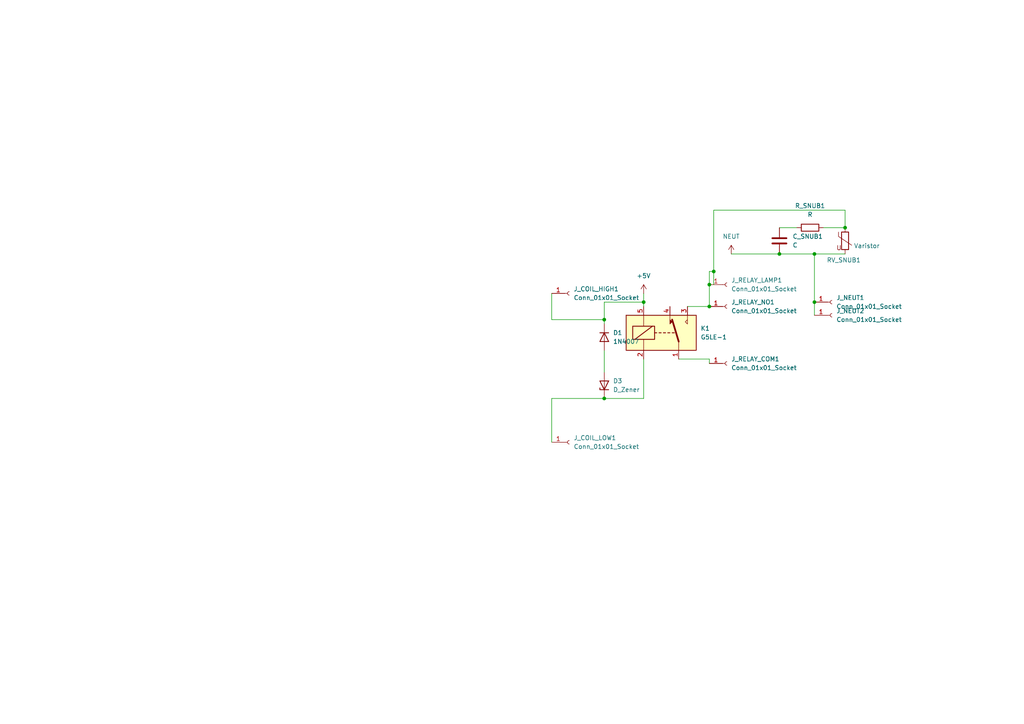
<source format=kicad_sch>
(kicad_sch (version 20231120) (generator "eeschema") (generator_version "8.0")
  (paper "A4")
  (lib_symbols
    (symbol "Connector:Conn_01x01_Socket" (pin_names (offset 1.016) hide)
      (property "Reference" "J" (at 0 2.54 0))
      (property "Value" "Conn_01x01_Socket" (at 0 -2.54 0))
      (symbol "Conn_01x01_Socket_1_1"
        (polyline (pts (xy -1.27 0) (xy -0.508 0)) (stroke (width 0.1524)))
        (arc (start 0 0.508) (mid -0.5058 0) (end 0 -0.508) (stroke (width 0.1524)))
        (pin passive line (at -5.08 0 0) (length 3.81) (name "Pin_1") (number "1"))
      )
    )
    (symbol "Device:C" (pin_numbers hide) (pin_names (offset 0.254))
      (property "Reference" "C" (at 0.635 2.54 0))
      (property "Value" "C" (at 0.635 -2.54 0))
      (symbol "C_0_1"
        (polyline (pts (xy -2.032 -0.762) (xy 2.032 -0.762)) (stroke (width 0.508)))
        (polyline (pts (xy -2.032 0.762) (xy 2.032 0.762)) (stroke (width 0.508)))
      )
      (symbol "C_1_1"
        (pin passive line (at 0 3.81 270) (length 2.794) (name "~") (number "1"))
        (pin passive line (at 0 -3.81 90) (length 2.794) (name "~") (number "2"))
      )
    )
    (symbol "Device:D_Zener" (pin_numbers hide) (pin_names (offset 1.016) hide)
      (property "Reference" "D" (at 0 2.54 0))
      (property "Value" "D_Zener" (at 0 -2.54 0))
      (symbol "D_Zener_0_1"
        (polyline (pts (xy 1.27 0) (xy -1.27 0)))
        (polyline (pts (xy -1.27 -1.27) (xy -1.27 1.27) (xy -0.762 1.27)) (stroke (width 0.254)))
        (polyline (pts (xy 1.27 -1.27) (xy 1.27 1.27) (xy -1.27 0) (xy 1.27 -1.27)) (stroke (width 0.254)))
      )
      (symbol "D_Zener_1_1"
        (pin passive line (at -3.81 0 0) (length 2.54) (name "K") (number "1"))
        (pin passive line (at 3.81 0 180) (length 2.54) (name "A") (number "2"))
      )
    )
    (symbol "Device:R" (pin_numbers hide) (pin_names (offset 0))
      (property "Reference" "R" (at 2.032 0 90))
      (property "Value" "R" (at 0 0 90))
      (symbol "R_0_1"
        (rectangle (start -1.016 -2.54) (end 1.016 2.54) (stroke (width 0.254)))
      )
      (symbol "R_1_1"
        (pin passive line (at 0 3.81 270) (length 1.27) (name "~") (number "1"))
        (pin passive line (at 0 -3.81 90) (length 1.27) (name "~") (number "2"))
      )
    )
    (symbol "Device:Varistor" (pin_numbers hide) (pin_names (offset 0))
      (property "Reference" "RV" (at 3.175 0 90))
      (property "Value" "Varistor" (at -3.175 0 90))
      (symbol "Varistor_0_0"
        (text "U" (at -1.778 -2.032 0) (effects (font (size 1.27 1.27))))
      )
      (symbol "Varistor_0_1"
        (rectangle (start -1.016 -2.54) (end 1.016 2.54) (stroke (width 0.254)))
        (polyline (pts (xy -1.905 2.54) (xy -1.905 1.27) (xy 1.905 -1.27)))
      )
      (symbol "Varistor_1_1"
        (pin passive line (at 0 3.81 270) (length 1.27) (name "~") (number "1"))
        (pin passive line (at 0 -3.81 90) (length 1.27) (name "~") (number "2"))
      )
    )
    (symbol "Diode:1N4007" (pin_numbers hide) (pin_names hide)
      (property "Reference" "D" (at 0 2.54 0))
      (property "Value" "1N4007" (at 0 -2.54 0))
      (symbol "1N4007_0_1"
        (polyline (pts (xy -1.27 1.27) (xy -1.27 -1.27)) (stroke (width 0.254)))
        (polyline (pts (xy 1.27 0) (xy -1.27 0)))
        (polyline (pts (xy 1.27 1.27) (xy 1.27 -1.27) (xy -1.27 0) (xy 1.27 1.27)) (stroke (width 0.254)))
      )
      (symbol "1N4007_1_1"
        (pin passive line (at -3.81 0 0) (length 2.54) (name "K") (number "1"))
        (pin passive line (at 3.81 0 180) (length 2.54) (name "A") (number "2"))
      )
    )
    (symbol "Relay:G5LE-1"
      (property "Reference" "K" (at 11.43 3.81 0))
      (property "Value" "G5LE-1" (at 11.43 1.27 0))
      (symbol "G5LE-1_0_0"
        (polyline (pts (xy 7.62 5.08) (xy 7.62 2.54) (xy 6.985 3.175) (xy 7.62 3.81)))
      )
      (symbol "G5LE-1_0_1"
        (rectangle (start -10.16 5.08) (end 10.16 -5.08) (stroke (width 0.254)) (fill (type background)))
        (rectangle (start -8.255 1.905) (end -1.905 -1.905) (stroke (width 0.254)))
        (polyline (pts (xy -7.62 -1.905) (xy -2.54 1.905)) (stroke (width 0.254)))
        (polyline (pts (xy -5.08 -5.08) (xy -5.08 -1.905)))
        (polyline (pts (xy -5.08 5.08) (xy -5.08 1.905)))
        (polyline (pts (xy -1.905 0) (xy -1.27 0)) (stroke (width 0.254)))
        (polyline (pts (xy -0.635 0) (xy 0 0)) (stroke (width 0.254)))
        (polyline (pts (xy 0.635 0) (xy 1.27 0)) (stroke (width 0.254)))
        (polyline (pts (xy 1.905 0) (xy 2.54 0)) (stroke (width 0.254)))
        (polyline (pts (xy 3.175 0) (xy 3.81 0)) (stroke (width 0.254)))
        (polyline (pts (xy 5.08 -2.54) (xy 3.175 3.81)) (stroke (width 0.508)))
        (polyline (pts (xy 5.08 -2.54) (xy 5.08 -5.08)))
        (polyline (pts (xy 2.54 5.08) (xy 2.54 2.54) (xy 3.175 3.175) (xy 2.54 3.81)) (fill (type outline)))
      )
      (symbol "G5LE-1_1_1"
        (pin passive line (at 5.08 -7.62 90) (length 2.54) (name "~") (number "1"))
        (pin passive line (at -5.08 -7.62 90) (length 2.54) (name "~") (number "2"))
        (pin passive line (at 7.62 7.62 270) (length 2.54) (name "~") (number "3"))
        (pin passive line (at 2.54 7.62 270) (length 2.54) (name "~") (number "4"))
        (pin passive line (at -5.08 7.62 270) (length 2.54) (name "~") (number "5"))
      )
    )
    (symbol "power:+5V" (power) (pin_numbers hide) (pin_names (offset 0) hide)
      (property "Value" "+5V" (at 0 3.556 0))
      (symbol "+5V_0_1"
        (polyline (pts (xy -0.762 1.27) (xy 0 2.54)))
        (polyline (pts (xy 0 0) (xy 0 2.54)))
        (polyline (pts (xy 0 2.54) (xy 0.762 1.27)))
      )
      (symbol "+5V_1_1"
        (pin power_in line (at 0 0 90) (length 0) (name "~") (number "1"))
      )
    )
    (symbol "power:NEUT" (power) (pin_names (offset 0))
      (property "Value" "NEUT" (at 0 3.81 0))
      (symbol "NEUT_0_1"
        (polyline (pts (xy -0.762 1.27) (xy 0 2.54)))
        (polyline (pts (xy 0 0) (xy 0 2.54)))
        (polyline (pts (xy 0 2.54) (xy 0.762 1.27)))
      )
      (symbol "NEUT_1_1"
        (pin power_in line (at 0 0 90) (length 0) hide (name "NEUT") (number "1"))
      )
    )
  )
  (junction (at 226.06 73.66))
  (junction (at 205.74 82.55))
  (junction (at 236.22 73.66))
  (junction (at 205.74 88.9))
  (junction (at 175.26 92.71))
  (junction (at 175.26 115.57))
  (junction (at 186.69 87.63))
  (junction (at 207.01 78.74))
  (junction (at 245.11 66.04))
  (junction (at 236.22 87.63))
  (wire (pts (xy 175.26 92.71) (xy 175.26 87.63)))
  (wire (pts (xy 175.26 93.98) (xy 175.26 92.71)))
  (wire (pts (xy 160.02 115.57) (xy 175.26 115.57)))
  (wire (pts (xy 236.22 73.66) (xy 245.11 73.66)))
  (wire (pts (xy 186.69 85.09) (xy 186.69 87.63)))
  (wire (pts (xy 205.74 104.14) (xy 205.74 105.41)))
  (wire (pts (xy 236.22 73.66) (xy 236.22 87.63)))
  (wire (pts (xy 175.26 101.6) (xy 175.26 107.95)))
  (wire (pts (xy 205.74 82.55) (xy 205.74 78.74)))
  (wire (pts (xy 207.01 60.96) (xy 245.11 60.96)))
  (wire (pts (xy 226.06 66.04) (xy 231.14 66.04)))
  (wire (pts (xy 207.01 82.55) (xy 207.01 78.74)))
  (wire (pts (xy 186.69 115.57) (xy 175.26 115.57)))
  (wire (pts (xy 205.74 78.74) (xy 207.01 78.74)))
  (wire (pts (xy 205.74 82.55) (xy 205.74 88.9)))
  (wire (pts (xy 207.01 78.74) (xy 207.01 60.96)))
  (wire (pts (xy 186.69 104.14) (xy 186.69 115.57)))
  (wire (pts (xy 160.02 115.57) (xy 160.02 128.27)))
  (wire (pts (xy 160.02 85.09) (xy 160.02 92.71)))
  (wire (pts (xy 212.09 73.66) (xy 226.06 73.66)))
  (wire (pts (xy 175.26 87.63) (xy 186.69 87.63)))
  (wire (pts (xy 238.76 66.04) (xy 245.11 66.04)))
  (wire (pts (xy 160.02 92.71) (xy 175.26 92.71)))
  (wire (pts (xy 236.22 87.63) (xy 236.22 91.44)))
  (wire (pts (xy 196.85 104.14) (xy 205.74 104.14)))
  (wire (pts (xy 226.06 73.66) (xy 236.22 73.66)))
  (wire (pts (xy 199.39 88.9) (xy 205.74 88.9)))
  (wire (pts (xy 245.11 60.96) (xy 245.11 66.04)))
  (wire (pts (xy 186.69 87.63) (xy 186.69 88.9)))
  (symbol (lib_id "Connector:Conn_01x01_Socket") (at 210.82 105.41 0) (unit 1)
    (property "Reference" "J_RELAY_COM1" (at 212.09 104.1399 0) (effects (justify left)))
    (property "Value" "Conn_01x01_Socket" (at 212.09 106.6799 0) (effects (justify left)))
    (property "Footprint" "Connector_Wire:SolderWire-2.5sqmm_1x01_D2.4mm_OD4.4mm" (effects (hide yes)))
    (property "Description" "Generic connector, single row, 01x01, script generated" (effects (hide yes)))
  )
  (symbol (lib_id "Diode:1N4007") (at 175.26 97.79 270) (unit 1)
    (property "Reference" "D1" (at 177.8 96.5199 90) (effects (justify left)))
    (property "Value" "1N4007" (at 177.8 99.0599 90) (effects (justify left)))
    (property "Footprint" "Diode_THT:D_DO-41_SOD81_P10.16mm_Horizontal" (effects (hide yes)))
    (property "Datasheet" "http://www.vishay.com/docs/88503/1n4001.pdf" (effects (hide yes)))
    (property "Description" "1000V 1A General Purpose Rectifier Diode, DO-41" (effects (hide yes)))
    (property "Sim.Device" "D" (effects (hide yes)))
    (property "Sim.Pins" "1=K 2=A" (effects (hide yes)))
  )
  (symbol (lib_id "Device:D_Zener") (at 175.26 111.76 90) (unit 1)
    (property "Reference" "D3" (at 177.8 110.4899 90) (effects (justify right)))
    (property "Value" "D_Zener" (at 177.8 113.0299 90) (effects (justify right)))
    (property "Footprint" "Diode_THT:D_DO-41_SOD81_P10.16mm_Horizontal" (effects (hide yes)))
    (property "Description" "Zener diode" (effects (hide yes)))
  )
  (symbol (lib_id "Connector:Conn_01x01_Socket") (at 165.1 128.27 0) (unit 1)
    (property "Reference" "J_COIL_LOW1" (at 166.37 126.9999 0) (effects (justify left)))
    (property "Value" "Conn_01x01_Socket" (at 166.37 129.5399 0) (effects (justify left)))
    (property "Footprint" "Connector_Wire:SolderWire-1sqmm_1x01_D1.4mm_OD2.7mm" (effects (hide yes)))
    (property "Description" "Generic connector, single row, 01x01, script generated" (effects (hide yes)))
  )
  (symbol (lib_id "Connector:Conn_01x01_Socket") (at 241.3 87.63 0) (unit 1)
    (property "Reference" "J_NEUT1" (at 242.57 86.3599 0) (effects (justify left)))
    (property "Value" "Conn_01x01_Socket" (at 242.57 88.8999 0) (effects (justify left)))
    (property "Footprint" "Connector_Wire:SolderWire-2.5sqmm_1x01_D2.4mm_OD4.4mm" (effects (hide yes)))
    (property "Description" "Generic connector, single row, 01x01, script generated" (effects (hide yes)))
  )
  (symbol (lib_id "Device:C") (at 226.06 69.85 0) (unit 1)
    (property "Reference" "C_SNUB1" (at 229.87 68.5799 0) (effects (justify left)))
    (property "Value" "C" (at 229.87 71.1199 0) (effects (justify left)))
    (property "Footprint" "Capacitor_THT:CP_Axial_L10.0mm_D6.0mm_P15.00mm_Horizontal" (effects (hide yes)))
    (property "Description" "Unpolarized capacitor" (effects (hide yes)))
  )
  (symbol (lib_id "Device:Varistor") (at 245.11 69.85 0) (unit 1)
    (property "Reference" "RV_SNUB1" (at 239.776 75.438 0) (effects (justify left)))
    (property "Value" "Varistor" (at 247.65 71.3132 0) (effects (justify left)))
    (property "Footprint" "Varistor:RV_Disc_D12mm_W3.9mm_P7.5mm" (effects (hide yes)))
    (property "Description" "Voltage dependent resistor" (effects (hide yes)))
  )
  (symbol (lib_id "Connector:Conn_01x01_Socket") (at 165.1 85.09 0) (unit 1)
    (property "Reference" "J_COIL_HIGH1" (at 166.37 83.8199 0) (effects (justify left)))
    (property "Value" "Conn_01x01_Socket" (at 166.37 86.3599 0) (effects (justify left)))
    (property "Footprint" "Connector_Wire:SolderWire-1sqmm_1x01_D1.4mm_OD2.7mm" (effects (hide yes)))
    (property "Description" "Generic connector, single row, 01x01, script generated" (effects (hide yes)))
  )
  (symbol (lib_id "Connector:Conn_01x01_Socket") (at 210.82 88.9 0) (unit 1)
    (property "Reference" "J_RELAY_NO1" (at 212.09 87.6299 0) (effects (justify left)))
    (property "Value" "Conn_01x01_Socket" (at 212.09 90.1699 0) (effects (justify left)))
    (property "Footprint" "Connector_Wire:SolderWire-2.5sqmm_1x01_D2.4mm_OD4.4mm" (effects (hide yes)))
    (property "Description" "Generic connector, single row, 01x01, script generated" (effects (hide yes)))
  )
  (symbol (lib_id "Connector:Conn_01x01_Socket") (at 241.3 91.44 0) (unit 1)
    (property "Reference" "J_NEUT2" (at 242.57 90.1699 0) (effects (justify left)))
    (property "Value" "Conn_01x01_Socket" (at 242.57 92.7099 0) (effects (justify left)))
    (property "Footprint" "Connector_Wire:SolderWire-2.5sqmm_1x01_D2.4mm_OD4.4mm" (effects (hide yes)))
    (property "Description" "Generic connector, single row, 01x01, script generated" (effects (hide yes)))
  )
  (symbol (lib_id "Connector:Conn_01x01_Socket") (at 210.82 82.55 0) (unit 1)
    (property "Reference" "J_RELAY_LAMP1" (at 212.09 81.2799 0) (effects (justify left)))
    (property "Value" "Conn_01x01_Socket" (at 212.09 83.8199 0) (effects (justify left)))
    (property "Footprint" "Connector_Wire:SolderWire-2.5sqmm_1x01_D2.4mm_OD4.4mm" (effects (hide yes)))
    (property "Description" "Generic connector, single row, 01x01, script generated" (effects (hide yes)))
  )
  (symbol (lib_id "power:+5V") (at 186.69 85.09 0) (unit 1)
    (property "Reference" "#PWR010" (effects (hide yes)))
    (property "Value" "+5V" (at 186.69 80.01 0))
    (property "Description" "Power symbol creates a global label with name \"+5V\"" (effects (hide yes)))
  )
  (symbol (lib_id "power:NEUT") (at 212.09 73.66 0) (unit 1)
    (property "Reference" "#PWR021" (effects (hide yes)))
    (property "Value" "NEUT" (at 212.09 68.58 0))
    (property "Description" "Power symbol creates a global label with name \"NEUT\"" (effects (hide yes)))
  )
  (symbol (lib_id "Device:R") (at 234.95 66.04 270) (unit 1)
    (property "Reference" "R_SNUB1" (at 234.95 59.69 90))
    (property "Value" "R" (at 234.95 62.23 90))
    (property "Footprint" "Resistor_THT:R_Axial_DIN0617_L17.0mm_D6.0mm_P20.32mm_Horizontal" (effects (hide yes)))
    (property "Description" "Resistor" (effects (hide yes)))
  )
  (symbol (lib_id "Relay:G5LE-1") (at 191.77 96.52 0) (unit 1)
    (property "Reference" "K1" (at 203.2 95.2499 0) (effects (justify left)))
    (property "Value" "G5LE-1" (at 203.2 97.7899 0) (effects (justify left)))
    (property "Footprint" "Relay_THT:Relay_SPDT_Omron-G5LE-1" (effects (hide yes)))
    (property "Datasheet" "http://www.omron.com/ecb/products/pdf/en-g5le.pdf" (effects (hide yes)))
    (property "Description" "Omron G5LE relay, Miniature Single Pole, SPDT, 10A" (effects (hide yes)))
  )
)
</source>
